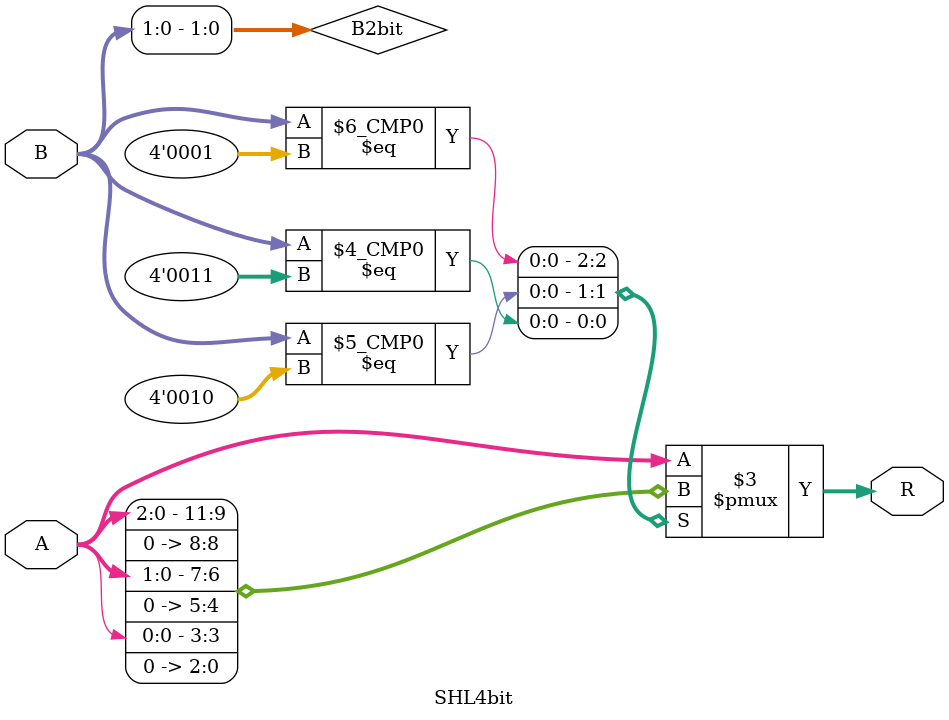
<source format=v>
module SHL4bit 
(
    input wire [3:0] A,B,  
    output reg [3:0] R
);

    wire [1:0] B2bit;
    assign B2bit = B[1:0];

    always @(*) begin
        case(B)
            2'b00: R = A;                     // No shift
            2'b01: R = {A[2:0], 1'b0};        // Left shift by 1 bit
            2'b10: R = {A[1:0], 2'b00};       // Left shift by 2 bits
            2'b11: R = {A[0], 3'b000};        // Left shift by 3 bits
            default: R = A;                   // Default case (no shift)
        endcase
    end
    
endmodule
</source>
